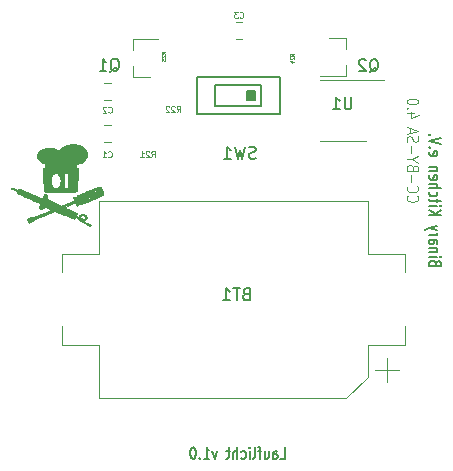
<source format=gbr>
G04 #@! TF.GenerationSoftware,KiCad,Pcbnew,(6.0.9)*
G04 #@! TF.CreationDate,2022-11-29T20:17:37+01:00*
G04 #@! TF.ProjectId,SMD Lauflicht 0805-0603 v1_1,534d4420-4c61-4756-966c-696368742030,rev?*
G04 #@! TF.SameCoordinates,Original*
G04 #@! TF.FileFunction,Legend,Bot*
G04 #@! TF.FilePolarity,Positive*
%FSLAX46Y46*%
G04 Gerber Fmt 4.6, Leading zero omitted, Abs format (unit mm)*
G04 Created by KiCad (PCBNEW (6.0.9)) date 2022-11-29 20:17:37*
%MOMM*%
%LPD*%
G01*
G04 APERTURE LIST*
%ADD10C,0.150000*%
%ADD11C,0.100000*%
%ADD12C,0.125000*%
%ADD13C,0.075000*%
%ADD14C,0.120000*%
%ADD15C,0.010000*%
G04 APERTURE END LIST*
D10*
X87921428Y-93139285D02*
X87873809Y-93025000D01*
X87826190Y-92986904D01*
X87730952Y-92948809D01*
X87588095Y-92948809D01*
X87492857Y-92986904D01*
X87445238Y-93025000D01*
X87397619Y-93101190D01*
X87397619Y-93405952D01*
X88397619Y-93405952D01*
X88397619Y-93139285D01*
X88350000Y-93063095D01*
X88302380Y-93025000D01*
X88207142Y-92986904D01*
X88111904Y-92986904D01*
X88016666Y-93025000D01*
X87969047Y-93063095D01*
X87921428Y-93139285D01*
X87921428Y-93405952D01*
X87397619Y-92605952D02*
X88064285Y-92605952D01*
X88397619Y-92605952D02*
X88350000Y-92644047D01*
X88302380Y-92605952D01*
X88350000Y-92567857D01*
X88397619Y-92605952D01*
X88302380Y-92605952D01*
X88064285Y-92225000D02*
X87397619Y-92225000D01*
X87969047Y-92225000D02*
X88016666Y-92186904D01*
X88064285Y-92110714D01*
X88064285Y-91996428D01*
X88016666Y-91920238D01*
X87921428Y-91882142D01*
X87397619Y-91882142D01*
X87397619Y-91158333D02*
X87921428Y-91158333D01*
X88016666Y-91196428D01*
X88064285Y-91272619D01*
X88064285Y-91425000D01*
X88016666Y-91501190D01*
X87445238Y-91158333D02*
X87397619Y-91234523D01*
X87397619Y-91425000D01*
X87445238Y-91501190D01*
X87540476Y-91539285D01*
X87635714Y-91539285D01*
X87730952Y-91501190D01*
X87778571Y-91425000D01*
X87778571Y-91234523D01*
X87826190Y-91158333D01*
X87397619Y-90777380D02*
X88064285Y-90777380D01*
X87873809Y-90777380D02*
X87969047Y-90739285D01*
X88016666Y-90701190D01*
X88064285Y-90625000D01*
X88064285Y-90548809D01*
X88064285Y-90358333D02*
X87397619Y-90167857D01*
X88064285Y-89977380D02*
X87397619Y-90167857D01*
X87159523Y-90244047D01*
X87111904Y-90282142D01*
X87064285Y-90358333D01*
X87397619Y-89063095D02*
X88397619Y-89063095D01*
X87397619Y-88605952D02*
X87969047Y-88948809D01*
X88397619Y-88605952D02*
X87826190Y-89063095D01*
X87397619Y-88263095D02*
X88064285Y-88263095D01*
X88397619Y-88263095D02*
X88350000Y-88301190D01*
X88302380Y-88263095D01*
X88350000Y-88225000D01*
X88397619Y-88263095D01*
X88302380Y-88263095D01*
X88064285Y-87996428D02*
X88064285Y-87691666D01*
X88397619Y-87882142D02*
X87540476Y-87882142D01*
X87445238Y-87844047D01*
X87397619Y-87767857D01*
X87397619Y-87691666D01*
X87445238Y-87082142D02*
X87397619Y-87158333D01*
X87397619Y-87310714D01*
X87445238Y-87386904D01*
X87492857Y-87425000D01*
X87588095Y-87463095D01*
X87873809Y-87463095D01*
X87969047Y-87425000D01*
X88016666Y-87386904D01*
X88064285Y-87310714D01*
X88064285Y-87158333D01*
X88016666Y-87082142D01*
X87397619Y-86739285D02*
X88397619Y-86739285D01*
X87397619Y-86396428D02*
X87921428Y-86396428D01*
X88016666Y-86434523D01*
X88064285Y-86510714D01*
X88064285Y-86625000D01*
X88016666Y-86701190D01*
X87969047Y-86739285D01*
X87445238Y-85710714D02*
X87397619Y-85786904D01*
X87397619Y-85939285D01*
X87445238Y-86015476D01*
X87540476Y-86053571D01*
X87921428Y-86053571D01*
X88016666Y-86015476D01*
X88064285Y-85939285D01*
X88064285Y-85786904D01*
X88016666Y-85710714D01*
X87921428Y-85672619D01*
X87826190Y-85672619D01*
X87730952Y-86053571D01*
X88064285Y-85329761D02*
X87397619Y-85329761D01*
X87969047Y-85329761D02*
X88016666Y-85291666D01*
X88064285Y-85215476D01*
X88064285Y-85101190D01*
X88016666Y-85025000D01*
X87921428Y-84986904D01*
X87397619Y-84986904D01*
X87445238Y-83691666D02*
X87397619Y-83767857D01*
X87397619Y-83920238D01*
X87445238Y-83996428D01*
X87540476Y-84034523D01*
X87921428Y-84034523D01*
X88016666Y-83996428D01*
X88064285Y-83920238D01*
X88064285Y-83767857D01*
X88016666Y-83691666D01*
X87921428Y-83653571D01*
X87826190Y-83653571D01*
X87730952Y-84034523D01*
X87492857Y-83310714D02*
X87445238Y-83272619D01*
X87397619Y-83310714D01*
X87445238Y-83348809D01*
X87492857Y-83310714D01*
X87397619Y-83310714D01*
X88397619Y-83044047D02*
X87397619Y-82777380D01*
X88397619Y-82510714D01*
X87492857Y-82244047D02*
X87445238Y-82205952D01*
X87397619Y-82244047D01*
X87445238Y-82282142D01*
X87492857Y-82244047D01*
X87397619Y-82244047D01*
X74785920Y-109706200D02*
X75166872Y-109706200D01*
X75166872Y-108706200D01*
X74176396Y-109706200D02*
X74176396Y-109182391D01*
X74214491Y-109087153D01*
X74290681Y-109039534D01*
X74443062Y-109039534D01*
X74519253Y-109087153D01*
X74176396Y-109658581D02*
X74252586Y-109706200D01*
X74443062Y-109706200D01*
X74519253Y-109658581D01*
X74557348Y-109563343D01*
X74557348Y-109468105D01*
X74519253Y-109372867D01*
X74443062Y-109325248D01*
X74252586Y-109325248D01*
X74176396Y-109277629D01*
X73452586Y-109039534D02*
X73452586Y-109706200D01*
X73795443Y-109039534D02*
X73795443Y-109563343D01*
X73757348Y-109658581D01*
X73681158Y-109706200D01*
X73566872Y-109706200D01*
X73490681Y-109658581D01*
X73452586Y-109610962D01*
X73185920Y-109039534D02*
X72881158Y-109039534D01*
X73071634Y-109706200D02*
X73071634Y-108849058D01*
X73033539Y-108753820D01*
X72957348Y-108706200D01*
X72881158Y-108706200D01*
X72500205Y-109706200D02*
X72576396Y-109658581D01*
X72614491Y-109563343D01*
X72614491Y-108706200D01*
X72195443Y-109706200D02*
X72195443Y-109039534D01*
X72195443Y-108706200D02*
X72233539Y-108753820D01*
X72195443Y-108801439D01*
X72157348Y-108753820D01*
X72195443Y-108706200D01*
X72195443Y-108801439D01*
X71471634Y-109658581D02*
X71547824Y-109706200D01*
X71700205Y-109706200D01*
X71776396Y-109658581D01*
X71814491Y-109610962D01*
X71852586Y-109515724D01*
X71852586Y-109230010D01*
X71814491Y-109134772D01*
X71776396Y-109087153D01*
X71700205Y-109039534D01*
X71547824Y-109039534D01*
X71471634Y-109087153D01*
X71128777Y-109706200D02*
X71128777Y-108706200D01*
X70785920Y-109706200D02*
X70785920Y-109182391D01*
X70824015Y-109087153D01*
X70900205Y-109039534D01*
X71014491Y-109039534D01*
X71090681Y-109087153D01*
X71128777Y-109134772D01*
X70519253Y-109039534D02*
X70214491Y-109039534D01*
X70404967Y-108706200D02*
X70404967Y-109563343D01*
X70366872Y-109658581D01*
X70290681Y-109706200D01*
X70214491Y-109706200D01*
X69414491Y-109039534D02*
X69224015Y-109706200D01*
X69033539Y-109039534D01*
X68309729Y-109706200D02*
X68766872Y-109706200D01*
X68538300Y-109706200D02*
X68538300Y-108706200D01*
X68614491Y-108849058D01*
X68690681Y-108944296D01*
X68766872Y-108991915D01*
X67966872Y-109610962D02*
X67928777Y-109658581D01*
X67966872Y-109706200D01*
X68004967Y-109658581D01*
X67966872Y-109610962D01*
X67966872Y-109706200D01*
X67433539Y-108706200D02*
X67357348Y-108706200D01*
X67281158Y-108753820D01*
X67243062Y-108801439D01*
X67204967Y-108896677D01*
X67166872Y-109087153D01*
X67166872Y-109325248D01*
X67204967Y-109515724D01*
X67243062Y-109610962D01*
X67281158Y-109658581D01*
X67357348Y-109706200D01*
X67433539Y-109706200D01*
X67509729Y-109658581D01*
X67547824Y-109610962D01*
X67585920Y-109515724D01*
X67624015Y-109325248D01*
X67624015Y-109087153D01*
X67585920Y-108896677D01*
X67547824Y-108801439D01*
X67509729Y-108753820D01*
X67433539Y-108706200D01*
D11*
X85565857Y-87433466D02*
X85518238Y-87471561D01*
X85470619Y-87585847D01*
X85470619Y-87662038D01*
X85518238Y-87776323D01*
X85613476Y-87852514D01*
X85708714Y-87890609D01*
X85899190Y-87928704D01*
X86042047Y-87928704D01*
X86232523Y-87890609D01*
X86327761Y-87852514D01*
X86423000Y-87776323D01*
X86470619Y-87662038D01*
X86470619Y-87585847D01*
X86423000Y-87471561D01*
X86375380Y-87433466D01*
X85565857Y-86633466D02*
X85518238Y-86671561D01*
X85470619Y-86785847D01*
X85470619Y-86862038D01*
X85518238Y-86976323D01*
X85613476Y-87052514D01*
X85708714Y-87090609D01*
X85899190Y-87128704D01*
X86042047Y-87128704D01*
X86232523Y-87090609D01*
X86327761Y-87052514D01*
X86423000Y-86976323D01*
X86470619Y-86862038D01*
X86470619Y-86785847D01*
X86423000Y-86671561D01*
X86375380Y-86633466D01*
X85851571Y-86290609D02*
X85851571Y-85681085D01*
X85994428Y-85033466D02*
X85946809Y-84919180D01*
X85899190Y-84881085D01*
X85803952Y-84842990D01*
X85661095Y-84842990D01*
X85565857Y-84881085D01*
X85518238Y-84919180D01*
X85470619Y-84995371D01*
X85470619Y-85300133D01*
X86470619Y-85300133D01*
X86470619Y-85033466D01*
X86423000Y-84957276D01*
X86375380Y-84919180D01*
X86280142Y-84881085D01*
X86184904Y-84881085D01*
X86089666Y-84919180D01*
X86042047Y-84957276D01*
X85994428Y-85033466D01*
X85994428Y-85300133D01*
X85946809Y-84347752D02*
X85470619Y-84347752D01*
X86470619Y-84614419D02*
X85946809Y-84347752D01*
X86470619Y-84081085D01*
X85851571Y-83814419D02*
X85851571Y-83204895D01*
X85518238Y-82862038D02*
X85470619Y-82747752D01*
X85470619Y-82557276D01*
X85518238Y-82481085D01*
X85565857Y-82442990D01*
X85661095Y-82404895D01*
X85756333Y-82404895D01*
X85851571Y-82442990D01*
X85899190Y-82481085D01*
X85946809Y-82557276D01*
X85994428Y-82709657D01*
X86042047Y-82785847D01*
X86089666Y-82823942D01*
X86184904Y-82862038D01*
X86280142Y-82862038D01*
X86375380Y-82823942D01*
X86423000Y-82785847D01*
X86470619Y-82709657D01*
X86470619Y-82519180D01*
X86423000Y-82404895D01*
X85756333Y-82100133D02*
X85756333Y-81719180D01*
X85470619Y-82176323D02*
X86470619Y-81909657D01*
X85470619Y-81642990D01*
X86137285Y-80423942D02*
X85470619Y-80423942D01*
X86518238Y-80614419D02*
X85803952Y-80804895D01*
X85803952Y-80309657D01*
X85565857Y-80004895D02*
X85518238Y-79966800D01*
X85470619Y-80004895D01*
X85518238Y-80042990D01*
X85565857Y-80004895D01*
X85470619Y-80004895D01*
X86470619Y-79471561D02*
X86470619Y-79395371D01*
X86423000Y-79319180D01*
X86375380Y-79281085D01*
X86280142Y-79242990D01*
X86089666Y-79204895D01*
X85851571Y-79204895D01*
X85661095Y-79242990D01*
X85565857Y-79281085D01*
X85518238Y-79319180D01*
X85470619Y-79395371D01*
X85470619Y-79471561D01*
X85518238Y-79547752D01*
X85565857Y-79585847D01*
X85661095Y-79623942D01*
X85851571Y-79662038D01*
X86089666Y-79662038D01*
X86280142Y-79623942D01*
X86375380Y-79585847D01*
X86423000Y-79547752D01*
X86470619Y-79471561D01*
D10*
X71885714Y-95753571D02*
X71742857Y-95801190D01*
X71695238Y-95848809D01*
X71647619Y-95944047D01*
X71647619Y-96086904D01*
X71695238Y-96182142D01*
X71742857Y-96229761D01*
X71838095Y-96277380D01*
X72219047Y-96277380D01*
X72219047Y-95277380D01*
X71885714Y-95277380D01*
X71790476Y-95325000D01*
X71742857Y-95372619D01*
X71695238Y-95467857D01*
X71695238Y-95563095D01*
X71742857Y-95658333D01*
X71790476Y-95705952D01*
X71885714Y-95753571D01*
X72219047Y-95753571D01*
X71361904Y-95277380D02*
X70790476Y-95277380D01*
X71076190Y-96277380D02*
X71076190Y-95277380D01*
X69933333Y-96277380D02*
X70504761Y-96277380D01*
X70219047Y-96277380D02*
X70219047Y-95277380D01*
X70314285Y-95420238D01*
X70409523Y-95515476D01*
X70504761Y-95563095D01*
D12*
X60207553Y-84118751D02*
X60231362Y-84142560D01*
X60302791Y-84166370D01*
X60350410Y-84166370D01*
X60421839Y-84142560D01*
X60469458Y-84094941D01*
X60493267Y-84047322D01*
X60517077Y-83952084D01*
X60517077Y-83880656D01*
X60493267Y-83785418D01*
X60469458Y-83737799D01*
X60421839Y-83690180D01*
X60350410Y-83666370D01*
X60302791Y-83666370D01*
X60231362Y-83690180D01*
X60207553Y-83713989D01*
X59731362Y-84166370D02*
X60017077Y-84166370D01*
X59874220Y-84166370D02*
X59874220Y-83666370D01*
X59921839Y-83737799D01*
X59969458Y-83785418D01*
X60017077Y-83809227D01*
X60230413Y-80339231D02*
X60254222Y-80363040D01*
X60325651Y-80386850D01*
X60373270Y-80386850D01*
X60444699Y-80363040D01*
X60492318Y-80315421D01*
X60516127Y-80267802D01*
X60539937Y-80172564D01*
X60539937Y-80101136D01*
X60516127Y-80005898D01*
X60492318Y-79958279D01*
X60444699Y-79910660D01*
X60373270Y-79886850D01*
X60325651Y-79886850D01*
X60254222Y-79910660D01*
X60230413Y-79934469D01*
X60039937Y-79934469D02*
X60016127Y-79910660D01*
X59968508Y-79886850D01*
X59849460Y-79886850D01*
X59801841Y-79910660D01*
X59778032Y-79934469D01*
X59754222Y-79982088D01*
X59754222Y-80029707D01*
X59778032Y-80101136D01*
X60063746Y-80386850D01*
X59754222Y-80386850D01*
X63872108Y-84153670D02*
X64038775Y-83915575D01*
X64157822Y-84153670D02*
X64157822Y-83653670D01*
X63967346Y-83653670D01*
X63919727Y-83677480D01*
X63895918Y-83701289D01*
X63872108Y-83748908D01*
X63872108Y-83820337D01*
X63895918Y-83867956D01*
X63919727Y-83891765D01*
X63967346Y-83915575D01*
X64157822Y-83915575D01*
X63681632Y-83701289D02*
X63657822Y-83677480D01*
X63610203Y-83653670D01*
X63491156Y-83653670D01*
X63443537Y-83677480D01*
X63419727Y-83701289D01*
X63395918Y-83748908D01*
X63395918Y-83796527D01*
X63419727Y-83867956D01*
X63705441Y-84153670D01*
X63395918Y-84153670D01*
X62919727Y-84153670D02*
X63205441Y-84153670D01*
X63062584Y-84153670D02*
X63062584Y-83653670D01*
X63110203Y-83725099D01*
X63157822Y-83772718D01*
X63205441Y-83796527D01*
X66013328Y-80328430D02*
X66179995Y-80090335D01*
X66299042Y-80328430D02*
X66299042Y-79828430D01*
X66108566Y-79828430D01*
X66060947Y-79852240D01*
X66037138Y-79876049D01*
X66013328Y-79923668D01*
X66013328Y-79995097D01*
X66037138Y-80042716D01*
X66060947Y-80066525D01*
X66108566Y-80090335D01*
X66299042Y-80090335D01*
X65822852Y-79876049D02*
X65799042Y-79852240D01*
X65751423Y-79828430D01*
X65632376Y-79828430D01*
X65584757Y-79852240D01*
X65560947Y-79876049D01*
X65537138Y-79923668D01*
X65537138Y-79971287D01*
X65560947Y-80042716D01*
X65846661Y-80328430D01*
X65537138Y-80328430D01*
X65346661Y-79876049D02*
X65322852Y-79852240D01*
X65275233Y-79828430D01*
X65156185Y-79828430D01*
X65108566Y-79852240D01*
X65084757Y-79876049D01*
X65060947Y-79923668D01*
X65060947Y-79971287D01*
X65084757Y-80042716D01*
X65370471Y-80328430D01*
X65060947Y-80328430D01*
D10*
X72683333Y-84229761D02*
X72540476Y-84277380D01*
X72302380Y-84277380D01*
X72207142Y-84229761D01*
X72159523Y-84182142D01*
X72111904Y-84086904D01*
X72111904Y-83991666D01*
X72159523Y-83896428D01*
X72207142Y-83848809D01*
X72302380Y-83801190D01*
X72492857Y-83753571D01*
X72588095Y-83705952D01*
X72635714Y-83658333D01*
X72683333Y-83563095D01*
X72683333Y-83467857D01*
X72635714Y-83372619D01*
X72588095Y-83325000D01*
X72492857Y-83277380D01*
X72254761Y-83277380D01*
X72111904Y-83325000D01*
X71778571Y-83277380D02*
X71540476Y-84277380D01*
X71350000Y-83563095D01*
X71159523Y-84277380D01*
X70921428Y-83277380D01*
X70016666Y-84277380D02*
X70588095Y-84277380D01*
X70302380Y-84277380D02*
X70302380Y-83277380D01*
X70397619Y-83420238D01*
X70492857Y-83515476D01*
X70588095Y-83563095D01*
X80804804Y-79092340D02*
X80804804Y-79901864D01*
X80757185Y-79997102D01*
X80709566Y-80044721D01*
X80614328Y-80092340D01*
X80423852Y-80092340D01*
X80328614Y-80044721D01*
X80280995Y-79997102D01*
X80233376Y-79901864D01*
X80233376Y-79092340D01*
X79233376Y-80092340D02*
X79804804Y-80092340D01*
X79519090Y-80092340D02*
X79519090Y-79092340D01*
X79614328Y-79235198D01*
X79709566Y-79330436D01*
X79804804Y-79378055D01*
X60389638Y-76926219D02*
X60484876Y-76878600D01*
X60580114Y-76783361D01*
X60722971Y-76640504D01*
X60818209Y-76592885D01*
X60913447Y-76592885D01*
X60865828Y-76830980D02*
X60961066Y-76783361D01*
X61056304Y-76688123D01*
X61103923Y-76497647D01*
X61103923Y-76164314D01*
X61056304Y-75973838D01*
X60961066Y-75878600D01*
X60865828Y-75830980D01*
X60675352Y-75830980D01*
X60580114Y-75878600D01*
X60484876Y-75973838D01*
X60437257Y-76164314D01*
X60437257Y-76497647D01*
X60484876Y-76688123D01*
X60580114Y-76783361D01*
X60675352Y-76830980D01*
X60865828Y-76830980D01*
X59484876Y-76830980D02*
X60056304Y-76830980D01*
X59770590Y-76830980D02*
X59770590Y-75830980D01*
X59865828Y-75973838D01*
X59961066Y-76069076D01*
X60056304Y-76116695D01*
X82335238Y-76951619D02*
X82430476Y-76904000D01*
X82525714Y-76808761D01*
X82668571Y-76665904D01*
X82763809Y-76618285D01*
X82859047Y-76618285D01*
X82811428Y-76856380D02*
X82906666Y-76808761D01*
X83001904Y-76713523D01*
X83049523Y-76523047D01*
X83049523Y-76189714D01*
X83001904Y-75999238D01*
X82906666Y-75904000D01*
X82811428Y-75856380D01*
X82620952Y-75856380D01*
X82525714Y-75904000D01*
X82430476Y-75999238D01*
X82382857Y-76189714D01*
X82382857Y-76523047D01*
X82430476Y-76713523D01*
X82525714Y-76808761D01*
X82620952Y-76856380D01*
X82811428Y-76856380D01*
X82001904Y-75951619D02*
X81954285Y-75904000D01*
X81859047Y-75856380D01*
X81620952Y-75856380D01*
X81525714Y-75904000D01*
X81478095Y-75951619D01*
X81430476Y-76046857D01*
X81430476Y-76142095D01*
X81478095Y-76284952D01*
X82049523Y-76856380D01*
X81430476Y-76856380D01*
D13*
X65042754Y-75408442D02*
X64899897Y-75308442D01*
X65042754Y-75237014D02*
X64742754Y-75237014D01*
X64742754Y-75351300D01*
X64757040Y-75379871D01*
X64771325Y-75394157D01*
X64799897Y-75408442D01*
X64842754Y-75408442D01*
X64871325Y-75394157D01*
X64885611Y-75379871D01*
X64899897Y-75351300D01*
X64899897Y-75237014D01*
X64771325Y-75522728D02*
X64757040Y-75537014D01*
X64742754Y-75565585D01*
X64742754Y-75637014D01*
X64757040Y-75665585D01*
X64771325Y-75679871D01*
X64799897Y-75694157D01*
X64828468Y-75694157D01*
X64871325Y-75679871D01*
X65042754Y-75508442D01*
X65042754Y-75694157D01*
X64742754Y-75794157D02*
X64742754Y-75979871D01*
X64857040Y-75879871D01*
X64857040Y-75922728D01*
X64871325Y-75951300D01*
X64885611Y-75965585D01*
X64914182Y-75979871D01*
X64985611Y-75979871D01*
X65014182Y-75965585D01*
X65028468Y-75951300D01*
X65042754Y-75922728D01*
X65042754Y-75837014D01*
X65028468Y-75808442D01*
X65014182Y-75794157D01*
X75901254Y-75587602D02*
X75758397Y-75487602D01*
X75901254Y-75416174D02*
X75601254Y-75416174D01*
X75601254Y-75530460D01*
X75615540Y-75559031D01*
X75629825Y-75573317D01*
X75658397Y-75587602D01*
X75701254Y-75587602D01*
X75729825Y-75573317D01*
X75744111Y-75559031D01*
X75758397Y-75530460D01*
X75758397Y-75416174D01*
X75629825Y-75701888D02*
X75615540Y-75716174D01*
X75601254Y-75744745D01*
X75601254Y-75816174D01*
X75615540Y-75844745D01*
X75629825Y-75859031D01*
X75658397Y-75873317D01*
X75686968Y-75873317D01*
X75729825Y-75859031D01*
X75901254Y-75687602D01*
X75901254Y-75873317D01*
X75701254Y-76130460D02*
X75901254Y-76130460D01*
X75586968Y-76059031D02*
X75801254Y-75987602D01*
X75801254Y-76173317D01*
D12*
X71350533Y-72315371D02*
X71374342Y-72339180D01*
X71445771Y-72362990D01*
X71493390Y-72362990D01*
X71564819Y-72339180D01*
X71612438Y-72291561D01*
X71636247Y-72243942D01*
X71660057Y-72148704D01*
X71660057Y-72077276D01*
X71636247Y-71982038D01*
X71612438Y-71934419D01*
X71564819Y-71886800D01*
X71493390Y-71862990D01*
X71445771Y-71862990D01*
X71374342Y-71886800D01*
X71350533Y-71910609D01*
X71183866Y-71862990D02*
X70874342Y-71862990D01*
X71041009Y-72053466D01*
X70969580Y-72053466D01*
X70921961Y-72077276D01*
X70898152Y-72101085D01*
X70874342Y-72148704D01*
X70874342Y-72267752D01*
X70898152Y-72315371D01*
X70921961Y-72339180D01*
X70969580Y-72362990D01*
X71112438Y-72362990D01*
X71160057Y-72339180D01*
X71183866Y-72315371D01*
D14*
X82815080Y-102185520D02*
X84815080Y-102185520D01*
X83815080Y-101185520D02*
X83815080Y-103185520D01*
X59465080Y-87835520D02*
X59465080Y-92335520D01*
X82165080Y-87835520D02*
X82165080Y-92335520D01*
X82165080Y-87835520D02*
X59465080Y-87835520D01*
X56265080Y-92335520D02*
X56265080Y-93885520D01*
X59465080Y-92335520D02*
X56265080Y-92335520D01*
X85365080Y-92335520D02*
X85365080Y-93885520D01*
X82165080Y-92335520D02*
X85365080Y-92335520D01*
X85365080Y-100035520D02*
X85365080Y-98485520D01*
X82165080Y-100035520D02*
X85365080Y-100035520D01*
X80365080Y-104535520D02*
X82165080Y-102735520D01*
X82165080Y-102735520D02*
X82165080Y-100035520D01*
X59465080Y-104535520D02*
X80365080Y-104535520D01*
X59465080Y-104535520D02*
X59465080Y-100035520D01*
X56265080Y-100035520D02*
X56265080Y-98485520D01*
X59465080Y-100035520D02*
X56265080Y-100035520D01*
X60410692Y-81474340D02*
X59888188Y-81474340D01*
X60410692Y-82894340D02*
X59888188Y-82894340D01*
X60410692Y-77918340D02*
X59888188Y-77918340D01*
X60410692Y-79338340D02*
X59888188Y-79338340D01*
D10*
X67760260Y-80486340D02*
X74760260Y-80486340D01*
X73160260Y-79786340D02*
X69260260Y-79786340D01*
X73160260Y-78086340D02*
X73160260Y-79786340D01*
X74760260Y-80486340D02*
X74760260Y-77386340D01*
X71960260Y-78586340D02*
X72660260Y-78586340D01*
X72660260Y-78586340D02*
X72660260Y-79286340D01*
X69260260Y-79786340D02*
X69260260Y-78086340D01*
X67760260Y-77386340D02*
X67760260Y-80486340D01*
X71960260Y-79286340D02*
X71960260Y-78586340D01*
X74760260Y-77386340D02*
X67760260Y-77386340D01*
X69260260Y-78086340D02*
X73160260Y-78086340D01*
X72660260Y-79286340D02*
X71960260Y-79286340D01*
G36*
X72660260Y-79286340D02*
G01*
X71960260Y-79286340D01*
X71960260Y-78586340D01*
X72660260Y-78586340D01*
X72660260Y-79286340D01*
G37*
X72660260Y-79286340D02*
X71960260Y-79286340D01*
X71960260Y-78586340D01*
X72660260Y-78586340D01*
X72660260Y-79286340D01*
D14*
X80086440Y-82752340D02*
X78136440Y-82752340D01*
X80086440Y-77632340D02*
X78136440Y-77632340D01*
X80086440Y-77632340D02*
X83536440Y-77632340D01*
X80086440Y-82752340D02*
X82036440Y-82752340D01*
X62287000Y-74189000D02*
X64447000Y-74189000D01*
X62287000Y-74189000D02*
X62287000Y-75119000D01*
X62287000Y-77349000D02*
X62287000Y-76419000D01*
X62287000Y-77349000D02*
X63747000Y-77349000D01*
X80342400Y-74102600D02*
X80342400Y-75032600D01*
X80342400Y-74102600D02*
X78882400Y-74102600D01*
X80342400Y-77262600D02*
X78182400Y-77262600D01*
X80342400Y-77262600D02*
X80342400Y-76332600D01*
X71528452Y-74116800D02*
X71005948Y-74116800D01*
X71528452Y-72696800D02*
X71005948Y-72696800D01*
G36*
X55331985Y-88660960D02*
G01*
X55362775Y-88671057D01*
X55407500Y-88687135D01*
X55460600Y-88707246D01*
X55473191Y-88712153D01*
X55525400Y-88733566D01*
X55556108Y-88748690D01*
X55567584Y-88758820D01*
X55562096Y-88765254D01*
X55556872Y-88767332D01*
X55529910Y-88778271D01*
X55482437Y-88797635D01*
X55416450Y-88824604D01*
X55333944Y-88858362D01*
X55236918Y-88898092D01*
X55127366Y-88942976D01*
X55007287Y-88992197D01*
X54878675Y-89044937D01*
X54743528Y-89100378D01*
X54639135Y-89143252D01*
X54492947Y-89203480D01*
X54367674Y-89255395D01*
X54261672Y-89299722D01*
X54173301Y-89337186D01*
X54100919Y-89368511D01*
X54042882Y-89394423D01*
X53997551Y-89415647D01*
X53963281Y-89432907D01*
X53938432Y-89446928D01*
X53921362Y-89458435D01*
X53910428Y-89468153D01*
X53879026Y-89498701D01*
X53810486Y-89550726D01*
X53721948Y-89602838D01*
X53610804Y-89656678D01*
X53560974Y-89678066D01*
X53515182Y-89695753D01*
X53482495Y-89706131D01*
X53467868Y-89707439D01*
X53461055Y-89697061D01*
X53446485Y-89666961D01*
X53427745Y-89623351D01*
X53406848Y-89571509D01*
X53385807Y-89516709D01*
X53366635Y-89464228D01*
X53351344Y-89419343D01*
X53341948Y-89387329D01*
X53340459Y-89373464D01*
X53348527Y-89368002D01*
X53378632Y-89353522D01*
X53423518Y-89335036D01*
X53477063Y-89314819D01*
X53533141Y-89295145D01*
X53585630Y-89278289D01*
X53628406Y-89266523D01*
X53662935Y-89259738D01*
X53727897Y-89251346D01*
X53788056Y-89247990D01*
X53801468Y-89247746D01*
X53819712Y-89246391D01*
X53840093Y-89243203D01*
X53864554Y-89237468D01*
X53895038Y-89228469D01*
X53933490Y-89215492D01*
X53981853Y-89197820D01*
X54042069Y-89174738D01*
X54116083Y-89145532D01*
X54205839Y-89109484D01*
X54313279Y-89065880D01*
X54440347Y-89014005D01*
X54588987Y-88953143D01*
X54597600Y-88949614D01*
X54725333Y-88897371D01*
X54846055Y-88848164D01*
X54957701Y-88802823D01*
X55058208Y-88762180D01*
X55145512Y-88727064D01*
X55217548Y-88698306D01*
X55272252Y-88676737D01*
X55307559Y-88663186D01*
X55321407Y-88658484D01*
X55331985Y-88660960D01*
G37*
D15*
X55331985Y-88660960D02*
X55362775Y-88671057D01*
X55407500Y-88687135D01*
X55460600Y-88707246D01*
X55473191Y-88712153D01*
X55525400Y-88733566D01*
X55556108Y-88748690D01*
X55567584Y-88758820D01*
X55562096Y-88765254D01*
X55556872Y-88767332D01*
X55529910Y-88778271D01*
X55482437Y-88797635D01*
X55416450Y-88824604D01*
X55333944Y-88858362D01*
X55236918Y-88898092D01*
X55127366Y-88942976D01*
X55007287Y-88992197D01*
X54878675Y-89044937D01*
X54743528Y-89100378D01*
X54639135Y-89143252D01*
X54492947Y-89203480D01*
X54367674Y-89255395D01*
X54261672Y-89299722D01*
X54173301Y-89337186D01*
X54100919Y-89368511D01*
X54042882Y-89394423D01*
X53997551Y-89415647D01*
X53963281Y-89432907D01*
X53938432Y-89446928D01*
X53921362Y-89458435D01*
X53910428Y-89468153D01*
X53879026Y-89498701D01*
X53810486Y-89550726D01*
X53721948Y-89602838D01*
X53610804Y-89656678D01*
X53560974Y-89678066D01*
X53515182Y-89695753D01*
X53482495Y-89706131D01*
X53467868Y-89707439D01*
X53461055Y-89697061D01*
X53446485Y-89666961D01*
X53427745Y-89623351D01*
X53406848Y-89571509D01*
X53385807Y-89516709D01*
X53366635Y-89464228D01*
X53351344Y-89419343D01*
X53341948Y-89387329D01*
X53340459Y-89373464D01*
X53348527Y-89368002D01*
X53378632Y-89353522D01*
X53423518Y-89335036D01*
X53477063Y-89314819D01*
X53533141Y-89295145D01*
X53585630Y-89278289D01*
X53628406Y-89266523D01*
X53662935Y-89259738D01*
X53727897Y-89251346D01*
X53788056Y-89247990D01*
X53801468Y-89247746D01*
X53819712Y-89246391D01*
X53840093Y-89243203D01*
X53864554Y-89237468D01*
X53895038Y-89228469D01*
X53933490Y-89215492D01*
X53981853Y-89197820D01*
X54042069Y-89174738D01*
X54116083Y-89145532D01*
X54205839Y-89109484D01*
X54313279Y-89065880D01*
X54440347Y-89014005D01*
X54588987Y-88953143D01*
X54597600Y-88949614D01*
X54725333Y-88897371D01*
X54846055Y-88848164D01*
X54957701Y-88802823D01*
X55058208Y-88762180D01*
X55145512Y-88727064D01*
X55217548Y-88698306D01*
X55272252Y-88676737D01*
X55307559Y-88663186D01*
X55321407Y-88658484D01*
X55331985Y-88660960D01*
G36*
X59771022Y-87291900D02*
G01*
X59742407Y-87339697D01*
X59707289Y-87380896D01*
X59699715Y-87386574D01*
X59668606Y-87403912D01*
X59615924Y-87429348D01*
X59541305Y-87463042D01*
X59444380Y-87505155D01*
X59324784Y-87555847D01*
X59182151Y-87615279D01*
X59016114Y-87683611D01*
X58916871Y-87724256D01*
X58737158Y-87797870D01*
X58578901Y-87862689D01*
X58440702Y-87919249D01*
X58321167Y-87968090D01*
X58218900Y-88009751D01*
X58132505Y-88044769D01*
X58060586Y-88073683D01*
X58001748Y-88097032D01*
X57954595Y-88115355D01*
X57917732Y-88129189D01*
X57889763Y-88139074D01*
X57869292Y-88145548D01*
X57854923Y-88149149D01*
X57845261Y-88150416D01*
X57838911Y-88149887D01*
X57834476Y-88148102D01*
X57830561Y-88145598D01*
X57825770Y-88142914D01*
X57783814Y-88130103D01*
X57736314Y-88135545D01*
X57692650Y-88165702D01*
X57684924Y-88173837D01*
X57663908Y-88201315D01*
X57655471Y-88221577D01*
X57649947Y-88235936D01*
X57626699Y-88250016D01*
X57592636Y-88255604D01*
X57555815Y-88251728D01*
X57524290Y-88237415D01*
X57520324Y-88233647D01*
X57502622Y-88208341D01*
X57480535Y-88168293D01*
X57457913Y-88120301D01*
X57450059Y-88102547D01*
X57430029Y-88060066D01*
X57413925Y-88029794D01*
X57404667Y-88017372D01*
X57394035Y-88020238D01*
X57362175Y-88031722D01*
X57311934Y-88050936D01*
X57246052Y-88076803D01*
X57167271Y-88108245D01*
X57078328Y-88144187D01*
X56981965Y-88183551D01*
X56569200Y-88353032D01*
X56450943Y-88302237D01*
X56416070Y-88286920D01*
X56373122Y-88266930D01*
X56343790Y-88251824D01*
X56333012Y-88244038D01*
X56333055Y-88243924D01*
X56345763Y-88237116D01*
X56379315Y-88221967D01*
X56431109Y-88199580D01*
X56498541Y-88171057D01*
X56579009Y-88137498D01*
X56669910Y-88100006D01*
X56768641Y-88059681D01*
X56864760Y-88020564D01*
X56962402Y-87980733D01*
X57034269Y-87951342D01*
X57738145Y-87951342D01*
X57742279Y-87971374D01*
X57757224Y-87984931D01*
X57767925Y-87982227D01*
X57800488Y-87970726D01*
X57852355Y-87951079D01*
X57921269Y-87924215D01*
X58004972Y-87891062D01*
X58101204Y-87852550D01*
X58207708Y-87809606D01*
X58322227Y-87763160D01*
X58442501Y-87714139D01*
X58566274Y-87663471D01*
X58691285Y-87612087D01*
X58815279Y-87560913D01*
X58935996Y-87510880D01*
X59051179Y-87462914D01*
X59158569Y-87417944D01*
X59255908Y-87376900D01*
X59340939Y-87340710D01*
X59411402Y-87310301D01*
X59465041Y-87286603D01*
X59499596Y-87270544D01*
X59512811Y-87263053D01*
X59518481Y-87245733D01*
X59511096Y-87222722D01*
X59488838Y-87212779D01*
X59475530Y-87216925D01*
X59440302Y-87230022D01*
X59385220Y-87251332D01*
X59312182Y-87280096D01*
X59223084Y-87315557D01*
X59119821Y-87356958D01*
X59004289Y-87403539D01*
X58878385Y-87454544D01*
X58744004Y-87509215D01*
X58603043Y-87566794D01*
X58469858Y-87621330D01*
X58323835Y-87681228D01*
X58198541Y-87732808D01*
X58092401Y-87776769D01*
X58003840Y-87813811D01*
X57931285Y-87844635D01*
X57873162Y-87869940D01*
X57827896Y-87890426D01*
X57793913Y-87906793D01*
X57769639Y-87919741D01*
X57753499Y-87929970D01*
X57743920Y-87938180D01*
X57739327Y-87945071D01*
X57738145Y-87951342D01*
X57034269Y-87951342D01*
X57052229Y-87943997D01*
X57131090Y-87911648D01*
X57195832Y-87884980D01*
X57243303Y-87865286D01*
X57270353Y-87853858D01*
X57336762Y-87824988D01*
X57298971Y-87733344D01*
X57286248Y-87700609D01*
X57266134Y-87629451D01*
X57265752Y-87620832D01*
X57598235Y-87620832D01*
X57602379Y-87640714D01*
X57617314Y-87654272D01*
X57624193Y-87653239D01*
X57652705Y-87644434D01*
X57699087Y-87627856D01*
X57759779Y-87604837D01*
X57831220Y-87576709D01*
X57909853Y-87544805D01*
X57928758Y-87537026D01*
X58154498Y-87444232D01*
X58357868Y-87360824D01*
X58539884Y-87286400D01*
X58701563Y-87220558D01*
X58843919Y-87162896D01*
X58967970Y-87113010D01*
X59074731Y-87070500D01*
X59165218Y-87034963D01*
X59240447Y-87005997D01*
X59301433Y-86983199D01*
X59349193Y-86966167D01*
X59384743Y-86954500D01*
X59409099Y-86947794D01*
X59423276Y-86945648D01*
X59462316Y-86951380D01*
X59503208Y-86971087D01*
X59514708Y-86979557D01*
X59547414Y-86995182D01*
X59568549Y-86990476D01*
X59576052Y-86965593D01*
X59566226Y-86935990D01*
X59535978Y-86906642D01*
X59490604Y-86884164D01*
X59435507Y-86872147D01*
X59432169Y-86871838D01*
X59420706Y-86871143D01*
X59408328Y-86871446D01*
X59393620Y-86873288D01*
X59375170Y-86877209D01*
X59351563Y-86883752D01*
X59321386Y-86893456D01*
X59283226Y-86906865D01*
X59235668Y-86924518D01*
X59177300Y-86946957D01*
X59106706Y-86974723D01*
X59022475Y-87008358D01*
X58923191Y-87048402D01*
X58807442Y-87095397D01*
X58673813Y-87149883D01*
X58520892Y-87212403D01*
X58347264Y-87283497D01*
X58151515Y-87363707D01*
X58030577Y-87413335D01*
X57921907Y-87458151D01*
X57833018Y-87495184D01*
X57761945Y-87525346D01*
X57706723Y-87549552D01*
X57665388Y-87568715D01*
X57635973Y-87583747D01*
X57616516Y-87595562D01*
X57605050Y-87605072D01*
X57599612Y-87613191D01*
X57598235Y-87620832D01*
X57265752Y-87620832D01*
X57263693Y-87574315D01*
X57279026Y-87533472D01*
X57312233Y-87505193D01*
X57313474Y-87504544D01*
X57340702Y-87499109D01*
X57374905Y-87511261D01*
X57408780Y-87524983D01*
X57437639Y-87530726D01*
X57443945Y-87530113D01*
X57473937Y-87517456D01*
X57505652Y-87493821D01*
X57530777Y-87466334D01*
X57541000Y-87442119D01*
X57543017Y-87429536D01*
X57556898Y-87407326D01*
X57569497Y-87400867D01*
X57603145Y-87385786D01*
X57654148Y-87363840D01*
X57719183Y-87336439D01*
X57794927Y-87304995D01*
X57878055Y-87270921D01*
X57933000Y-87248528D01*
X58024074Y-87211388D01*
X58131619Y-87167510D01*
X58251586Y-87118549D01*
X58379927Y-87066157D01*
X58512594Y-87011985D01*
X58645539Y-86957686D01*
X58774714Y-86904913D01*
X58788688Y-86899203D01*
X58919766Y-86845684D01*
X59029695Y-86800961D01*
X59120656Y-86764265D01*
X59194829Y-86734826D01*
X59254396Y-86711877D01*
X59301536Y-86694647D01*
X59338429Y-86682368D01*
X59367255Y-86674271D01*
X59390197Y-86669587D01*
X59409432Y-86667547D01*
X59427143Y-86667381D01*
X59445508Y-86668321D01*
X59449451Y-86668577D01*
X59489768Y-86672373D01*
X59522382Y-86679734D01*
X59549732Y-86693530D01*
X59574256Y-86716630D01*
X59598390Y-86751903D01*
X59624573Y-86802221D01*
X59655243Y-86870452D01*
X59692838Y-86959465D01*
X59695389Y-86965593D01*
X59696838Y-86969076D01*
X59726567Y-87041980D01*
X59752425Y-87107906D01*
X59772874Y-87162751D01*
X59786382Y-87202415D01*
X59791411Y-87222795D01*
X59788475Y-87245733D01*
X59788387Y-87246421D01*
X59771022Y-87291900D01*
G37*
X59771022Y-87291900D02*
X59742407Y-87339697D01*
X59707289Y-87380896D01*
X59699715Y-87386574D01*
X59668606Y-87403912D01*
X59615924Y-87429348D01*
X59541305Y-87463042D01*
X59444380Y-87505155D01*
X59324784Y-87555847D01*
X59182151Y-87615279D01*
X59016114Y-87683611D01*
X58916871Y-87724256D01*
X58737158Y-87797870D01*
X58578901Y-87862689D01*
X58440702Y-87919249D01*
X58321167Y-87968090D01*
X58218900Y-88009751D01*
X58132505Y-88044769D01*
X58060586Y-88073683D01*
X58001748Y-88097032D01*
X57954595Y-88115355D01*
X57917732Y-88129189D01*
X57889763Y-88139074D01*
X57869292Y-88145548D01*
X57854923Y-88149149D01*
X57845261Y-88150416D01*
X57838911Y-88149887D01*
X57834476Y-88148102D01*
X57830561Y-88145598D01*
X57825770Y-88142914D01*
X57783814Y-88130103D01*
X57736314Y-88135545D01*
X57692650Y-88165702D01*
X57684924Y-88173837D01*
X57663908Y-88201315D01*
X57655471Y-88221577D01*
X57649947Y-88235936D01*
X57626699Y-88250016D01*
X57592636Y-88255604D01*
X57555815Y-88251728D01*
X57524290Y-88237415D01*
X57520324Y-88233647D01*
X57502622Y-88208341D01*
X57480535Y-88168293D01*
X57457913Y-88120301D01*
X57450059Y-88102547D01*
X57430029Y-88060066D01*
X57413925Y-88029794D01*
X57404667Y-88017372D01*
X57394035Y-88020238D01*
X57362175Y-88031722D01*
X57311934Y-88050936D01*
X57246052Y-88076803D01*
X57167271Y-88108245D01*
X57078328Y-88144187D01*
X56981965Y-88183551D01*
X56569200Y-88353032D01*
X56450943Y-88302237D01*
X56416070Y-88286920D01*
X56373122Y-88266930D01*
X56343790Y-88251824D01*
X56333012Y-88244038D01*
X56333055Y-88243924D01*
X56345763Y-88237116D01*
X56379315Y-88221967D01*
X56431109Y-88199580D01*
X56498541Y-88171057D01*
X56579009Y-88137498D01*
X56669910Y-88100006D01*
X56768641Y-88059681D01*
X56864760Y-88020564D01*
X56962402Y-87980733D01*
X57034269Y-87951342D01*
X57738145Y-87951342D01*
X57742279Y-87971374D01*
X57757224Y-87984931D01*
X57767925Y-87982227D01*
X57800488Y-87970726D01*
X57852355Y-87951079D01*
X57921269Y-87924215D01*
X58004972Y-87891062D01*
X58101204Y-87852550D01*
X58207708Y-87809606D01*
X58322227Y-87763160D01*
X58442501Y-87714139D01*
X58566274Y-87663471D01*
X58691285Y-87612087D01*
X58815279Y-87560913D01*
X58935996Y-87510880D01*
X59051179Y-87462914D01*
X59158569Y-87417944D01*
X59255908Y-87376900D01*
X59340939Y-87340710D01*
X59411402Y-87310301D01*
X59465041Y-87286603D01*
X59499596Y-87270544D01*
X59512811Y-87263053D01*
X59518481Y-87245733D01*
X59511096Y-87222722D01*
X59488838Y-87212779D01*
X59475530Y-87216925D01*
X59440302Y-87230022D01*
X59385220Y-87251332D01*
X59312182Y-87280096D01*
X59223084Y-87315557D01*
X59119821Y-87356958D01*
X59004289Y-87403539D01*
X58878385Y-87454544D01*
X58744004Y-87509215D01*
X58603043Y-87566794D01*
X58469858Y-87621330D01*
X58323835Y-87681228D01*
X58198541Y-87732808D01*
X58092401Y-87776769D01*
X58003840Y-87813811D01*
X57931285Y-87844635D01*
X57873162Y-87869940D01*
X57827896Y-87890426D01*
X57793913Y-87906793D01*
X57769639Y-87919741D01*
X57753499Y-87929970D01*
X57743920Y-87938180D01*
X57739327Y-87945071D01*
X57738145Y-87951342D01*
X57034269Y-87951342D01*
X57052229Y-87943997D01*
X57131090Y-87911648D01*
X57195832Y-87884980D01*
X57243303Y-87865286D01*
X57270353Y-87853858D01*
X57336762Y-87824988D01*
X57298971Y-87733344D01*
X57286248Y-87700609D01*
X57266134Y-87629451D01*
X57265752Y-87620832D01*
X57598235Y-87620832D01*
X57602379Y-87640714D01*
X57617314Y-87654272D01*
X57624193Y-87653239D01*
X57652705Y-87644434D01*
X57699087Y-87627856D01*
X57759779Y-87604837D01*
X57831220Y-87576709D01*
X57909853Y-87544805D01*
X57928758Y-87537026D01*
X58154498Y-87444232D01*
X58357868Y-87360824D01*
X58539884Y-87286400D01*
X58701563Y-87220558D01*
X58843919Y-87162896D01*
X58967970Y-87113010D01*
X59074731Y-87070500D01*
X59165218Y-87034963D01*
X59240447Y-87005997D01*
X59301433Y-86983199D01*
X59349193Y-86966167D01*
X59384743Y-86954500D01*
X59409099Y-86947794D01*
X59423276Y-86945648D01*
X59462316Y-86951380D01*
X59503208Y-86971087D01*
X59514708Y-86979557D01*
X59547414Y-86995182D01*
X59568549Y-86990476D01*
X59576052Y-86965593D01*
X59566226Y-86935990D01*
X59535978Y-86906642D01*
X59490604Y-86884164D01*
X59435507Y-86872147D01*
X59432169Y-86871838D01*
X59420706Y-86871143D01*
X59408328Y-86871446D01*
X59393620Y-86873288D01*
X59375170Y-86877209D01*
X59351563Y-86883752D01*
X59321386Y-86893456D01*
X59283226Y-86906865D01*
X59235668Y-86924518D01*
X59177300Y-86946957D01*
X59106706Y-86974723D01*
X59022475Y-87008358D01*
X58923191Y-87048402D01*
X58807442Y-87095397D01*
X58673813Y-87149883D01*
X58520892Y-87212403D01*
X58347264Y-87283497D01*
X58151515Y-87363707D01*
X58030577Y-87413335D01*
X57921907Y-87458151D01*
X57833018Y-87495184D01*
X57761945Y-87525346D01*
X57706723Y-87549552D01*
X57665388Y-87568715D01*
X57635973Y-87583747D01*
X57616516Y-87595562D01*
X57605050Y-87605072D01*
X57599612Y-87613191D01*
X57598235Y-87620832D01*
X57265752Y-87620832D01*
X57263693Y-87574315D01*
X57279026Y-87533472D01*
X57312233Y-87505193D01*
X57313474Y-87504544D01*
X57340702Y-87499109D01*
X57374905Y-87511261D01*
X57408780Y-87524983D01*
X57437639Y-87530726D01*
X57443945Y-87530113D01*
X57473937Y-87517456D01*
X57505652Y-87493821D01*
X57530777Y-87466334D01*
X57541000Y-87442119D01*
X57543017Y-87429536D01*
X57556898Y-87407326D01*
X57569497Y-87400867D01*
X57603145Y-87385786D01*
X57654148Y-87363840D01*
X57719183Y-87336439D01*
X57794927Y-87304995D01*
X57878055Y-87270921D01*
X57933000Y-87248528D01*
X58024074Y-87211388D01*
X58131619Y-87167510D01*
X58251586Y-87118549D01*
X58379927Y-87066157D01*
X58512594Y-87011985D01*
X58645539Y-86957686D01*
X58774714Y-86904913D01*
X58788688Y-86899203D01*
X58919766Y-86845684D01*
X59029695Y-86800961D01*
X59120656Y-86764265D01*
X59194829Y-86734826D01*
X59254396Y-86711877D01*
X59301536Y-86694647D01*
X59338429Y-86682368D01*
X59367255Y-86674271D01*
X59390197Y-86669587D01*
X59409432Y-86667547D01*
X59427143Y-86667381D01*
X59445508Y-86668321D01*
X59449451Y-86668577D01*
X59489768Y-86672373D01*
X59522382Y-86679734D01*
X59549732Y-86693530D01*
X59574256Y-86716630D01*
X59598390Y-86751903D01*
X59624573Y-86802221D01*
X59655243Y-86870452D01*
X59692838Y-86959465D01*
X59695389Y-86965593D01*
X59696838Y-86969076D01*
X59726567Y-87041980D01*
X59752425Y-87107906D01*
X59772874Y-87162751D01*
X59786382Y-87202415D01*
X59791411Y-87222795D01*
X59788475Y-87245733D01*
X59788387Y-87246421D01*
X59771022Y-87291900D01*
G36*
X57582698Y-86572824D02*
G01*
X57575627Y-86686798D01*
X57569160Y-86786513D01*
X57563441Y-86869739D01*
X57558612Y-86934247D01*
X57554817Y-86977809D01*
X57552199Y-86998196D01*
X57552075Y-86998695D01*
X57535296Y-87036963D01*
X57505938Y-87057758D01*
X57477417Y-87064186D01*
X57425681Y-87070851D01*
X57353276Y-87077553D01*
X57262595Y-87084149D01*
X57156034Y-87090496D01*
X57035986Y-87096451D01*
X56904846Y-87101874D01*
X56765008Y-87106620D01*
X56618866Y-87110548D01*
X56543720Y-87112235D01*
X56442695Y-87114187D01*
X56349093Y-87115494D01*
X56258808Y-87116133D01*
X56167734Y-87116082D01*
X56071766Y-87115317D01*
X55966796Y-87113816D01*
X55848720Y-87111557D01*
X55713431Y-87108515D01*
X55556823Y-87104670D01*
X55524702Y-87103808D01*
X55422952Y-87100501D01*
X55317877Y-87096323D01*
X55213586Y-87091502D01*
X55114185Y-87086262D01*
X55023783Y-87080831D01*
X54946486Y-87075434D01*
X54886402Y-87070297D01*
X54847638Y-87065646D01*
X54814074Y-87053442D01*
X54788018Y-87030908D01*
X54784517Y-87021380D01*
X54780405Y-86999861D01*
X54775993Y-86965529D01*
X54771180Y-86916986D01*
X54765863Y-86852830D01*
X54759942Y-86771664D01*
X54753314Y-86672086D01*
X54745878Y-86552698D01*
X54737534Y-86412099D01*
X54728178Y-86248891D01*
X54718112Y-86068870D01*
X55333140Y-86068870D01*
X55333250Y-86188938D01*
X55348454Y-86306437D01*
X55377983Y-86417932D01*
X55421068Y-86519987D01*
X55476941Y-86609170D01*
X55544832Y-86682043D01*
X55623973Y-86735172D01*
X55689522Y-86758467D01*
X55775061Y-86766259D01*
X55860730Y-86751199D01*
X55904555Y-86728897D01*
X55955706Y-86689048D01*
X56007221Y-86637737D01*
X56053409Y-86580651D01*
X56088581Y-86523478D01*
X56123042Y-86446285D01*
X56151666Y-86353280D01*
X56167444Y-86253304D01*
X56172191Y-86137987D01*
X56171204Y-86089826D01*
X56156287Y-85952354D01*
X56122939Y-85830774D01*
X56103698Y-85791290D01*
X56461198Y-85791290D01*
X56461303Y-85887005D01*
X56461784Y-86003752D01*
X56462545Y-86137987D01*
X56462577Y-86143733D01*
X56462965Y-86206446D01*
X56463832Y-86335439D01*
X56464733Y-86442138D01*
X56465766Y-86528744D01*
X56467033Y-86597456D01*
X56468635Y-86650476D01*
X56470673Y-86690002D01*
X56473247Y-86718237D01*
X56476459Y-86737379D01*
X56480409Y-86749629D01*
X56485198Y-86757188D01*
X56490927Y-86762255D01*
X56493554Y-86763995D01*
X56521321Y-86773284D01*
X56568663Y-86778604D01*
X56638405Y-86780300D01*
X56660543Y-86780229D01*
X56712790Y-86778884D01*
X56746861Y-86775158D01*
X56768199Y-86768170D01*
X56782243Y-86757041D01*
X56783031Y-86756142D01*
X56789027Y-86746456D01*
X56793728Y-86731252D01*
X56797287Y-86707683D01*
X56799856Y-86672905D01*
X56801589Y-86624072D01*
X56802637Y-86558339D01*
X56803155Y-86472859D01*
X56803293Y-86364788D01*
X56803285Y-86341864D01*
X56802597Y-86159932D01*
X56800816Y-85999191D01*
X56797965Y-85860247D01*
X56794070Y-85743702D01*
X56789155Y-85650162D01*
X56783245Y-85580231D01*
X56776365Y-85534513D01*
X56768538Y-85513612D01*
X56761759Y-85508771D01*
X56736040Y-85501198D01*
X56692060Y-85496980D01*
X56626289Y-85495674D01*
X56598126Y-85495786D01*
X56547723Y-85497238D01*
X56514948Y-85501074D01*
X56494343Y-85508186D01*
X56480447Y-85519464D01*
X56476274Y-85525158D01*
X56471985Y-85535323D01*
X56468513Y-85551102D01*
X56465794Y-85574697D01*
X56463767Y-85608311D01*
X56462367Y-85654146D01*
X56461532Y-85714405D01*
X56461198Y-85791290D01*
X56103698Y-85791290D01*
X56070518Y-85723200D01*
X55998382Y-85627749D01*
X55928964Y-85564969D01*
X55851524Y-85522056D01*
X55771334Y-85503506D01*
X55689906Y-85509656D01*
X55608752Y-85540845D01*
X55584316Y-85555197D01*
X55517443Y-85608541D01*
X55459902Y-85679144D01*
X55408177Y-85771044D01*
X55381276Y-85834768D01*
X55348892Y-85949669D01*
X55333140Y-86068870D01*
X54718112Y-86068870D01*
X54717710Y-86061673D01*
X54665589Y-85120461D01*
X54698546Y-85091843D01*
X54710173Y-85082813D01*
X54745354Y-85067605D01*
X54794388Y-85063225D01*
X54857274Y-85063225D01*
X54857274Y-84746577D01*
X54924049Y-84742733D01*
X54939987Y-84741685D01*
X54972259Y-84737243D01*
X54987190Y-84728714D01*
X54990824Y-84713450D01*
X54990774Y-84711008D01*
X54986911Y-84698549D01*
X54973190Y-84690449D01*
X54944425Y-84684893D01*
X54895431Y-84680066D01*
X54787136Y-84661133D01*
X54670975Y-84622433D01*
X54555885Y-84567272D01*
X54448318Y-84498753D01*
X54354728Y-84419980D01*
X54336423Y-84401370D01*
X54263436Y-84309186D01*
X54214466Y-84213338D01*
X54188857Y-84115445D01*
X54185955Y-84017126D01*
X54205103Y-83920001D01*
X54245645Y-83825688D01*
X54306926Y-83735807D01*
X54388291Y-83651976D01*
X54489083Y-83575815D01*
X54608647Y-83508942D01*
X54746328Y-83452976D01*
X54869750Y-83418159D01*
X55037660Y-83390492D01*
X55211639Y-83381655D01*
X55386719Y-83391316D01*
X55557933Y-83419142D01*
X55720313Y-83464802D01*
X55868891Y-83527964D01*
X55903646Y-83545898D01*
X55943244Y-83568228D01*
X55963633Y-83585718D01*
X55966924Y-83602586D01*
X55955229Y-83623048D01*
X55930659Y-83651319D01*
X55888065Y-83691724D01*
X55827322Y-83728027D01*
X55766697Y-83740441D01*
X55760324Y-83740795D01*
X55734609Y-83751580D01*
X55723476Y-83771724D01*
X55731982Y-83793496D01*
X55738682Y-83797941D01*
X55769082Y-83801500D01*
X55811723Y-83793662D01*
X55859847Y-83776090D01*
X55906698Y-83750450D01*
X55929735Y-83732905D01*
X55979756Y-83682024D01*
X56030617Y-83614727D01*
X56073735Y-83553809D01*
X56152105Y-83459932D01*
X56237719Y-83379976D01*
X56337760Y-83306737D01*
X56400513Y-83268383D01*
X56537126Y-83200678D01*
X56686648Y-83144614D01*
X56841450Y-83103272D01*
X56911831Y-83090865D01*
X57035095Y-83077940D01*
X57168113Y-83072682D01*
X57302382Y-83075094D01*
X57429403Y-83085181D01*
X57540675Y-83102947D01*
X57593377Y-83115084D01*
X57762047Y-83165860D01*
X57915577Y-83230971D01*
X58052451Y-83309308D01*
X58171148Y-83399761D01*
X58270150Y-83501223D01*
X58347938Y-83612583D01*
X58402994Y-83732733D01*
X58412386Y-83760779D01*
X58423525Y-83801922D01*
X58429254Y-83841841D01*
X58430601Y-83889390D01*
X58428592Y-83953418D01*
X58428531Y-83954774D01*
X58425087Y-84016149D01*
X58419713Y-84061400D01*
X58410136Y-84099669D01*
X58394082Y-84140096D01*
X58369275Y-84191822D01*
X58341421Y-84243051D01*
X58259190Y-84357560D01*
X58156262Y-84460101D01*
X58034366Y-84549672D01*
X57895231Y-84625274D01*
X57740585Y-84685902D01*
X57572157Y-84730558D01*
X57391676Y-84758237D01*
X57321121Y-84766485D01*
X57272696Y-84775098D01*
X57245311Y-84784748D01*
X57236756Y-84796217D01*
X57244819Y-84810289D01*
X57259950Y-84816507D01*
X57298579Y-84820394D01*
X57355475Y-84819581D01*
X57451966Y-84814708D01*
X57451966Y-85063225D01*
X57528859Y-85063225D01*
X57550454Y-85063466D01*
X57589087Y-85066967D01*
X57615261Y-85076767D01*
X57638090Y-85095564D01*
X57641761Y-85099290D01*
X57659718Y-85122533D01*
X57665869Y-85148323D01*
X57663250Y-85187777D01*
X57662564Y-85194864D01*
X57660100Y-85228167D01*
X57656476Y-85283589D01*
X57651825Y-85358858D01*
X57646280Y-85451697D01*
X57639975Y-85559831D01*
X57633043Y-85680987D01*
X57625618Y-85812888D01*
X57617832Y-85953261D01*
X57609819Y-86099830D01*
X57606111Y-86167631D01*
X57598083Y-86311012D01*
X57594974Y-86364788D01*
X57590232Y-86446819D01*
X57582698Y-86572824D01*
G37*
X57582698Y-86572824D02*
X57575627Y-86686798D01*
X57569160Y-86786513D01*
X57563441Y-86869739D01*
X57558612Y-86934247D01*
X57554817Y-86977809D01*
X57552199Y-86998196D01*
X57552075Y-86998695D01*
X57535296Y-87036963D01*
X57505938Y-87057758D01*
X57477417Y-87064186D01*
X57425681Y-87070851D01*
X57353276Y-87077553D01*
X57262595Y-87084149D01*
X57156034Y-87090496D01*
X57035986Y-87096451D01*
X56904846Y-87101874D01*
X56765008Y-87106620D01*
X56618866Y-87110548D01*
X56543720Y-87112235D01*
X56442695Y-87114187D01*
X56349093Y-87115494D01*
X56258808Y-87116133D01*
X56167734Y-87116082D01*
X56071766Y-87115317D01*
X55966796Y-87113816D01*
X55848720Y-87111557D01*
X55713431Y-87108515D01*
X55556823Y-87104670D01*
X55524702Y-87103808D01*
X55422952Y-87100501D01*
X55317877Y-87096323D01*
X55213586Y-87091502D01*
X55114185Y-87086262D01*
X55023783Y-87080831D01*
X54946486Y-87075434D01*
X54886402Y-87070297D01*
X54847638Y-87065646D01*
X54814074Y-87053442D01*
X54788018Y-87030908D01*
X54784517Y-87021380D01*
X54780405Y-86999861D01*
X54775993Y-86965529D01*
X54771180Y-86916986D01*
X54765863Y-86852830D01*
X54759942Y-86771664D01*
X54753314Y-86672086D01*
X54745878Y-86552698D01*
X54737534Y-86412099D01*
X54728178Y-86248891D01*
X54718112Y-86068870D01*
X55333140Y-86068870D01*
X55333250Y-86188938D01*
X55348454Y-86306437D01*
X55377983Y-86417932D01*
X55421068Y-86519987D01*
X55476941Y-86609170D01*
X55544832Y-86682043D01*
X55623973Y-86735172D01*
X55689522Y-86758467D01*
X55775061Y-86766259D01*
X55860730Y-86751199D01*
X55904555Y-86728897D01*
X55955706Y-86689048D01*
X56007221Y-86637737D01*
X56053409Y-86580651D01*
X56088581Y-86523478D01*
X56123042Y-86446285D01*
X56151666Y-86353280D01*
X56167444Y-86253304D01*
X56172191Y-86137987D01*
X56171204Y-86089826D01*
X56156287Y-85952354D01*
X56122939Y-85830774D01*
X56103698Y-85791290D01*
X56461198Y-85791290D01*
X56461303Y-85887005D01*
X56461784Y-86003752D01*
X56462545Y-86137987D01*
X56462577Y-86143733D01*
X56462965Y-86206446D01*
X56463832Y-86335439D01*
X56464733Y-86442138D01*
X56465766Y-86528744D01*
X56467033Y-86597456D01*
X56468635Y-86650476D01*
X56470673Y-86690002D01*
X56473247Y-86718237D01*
X56476459Y-86737379D01*
X56480409Y-86749629D01*
X56485198Y-86757188D01*
X56490927Y-86762255D01*
X56493554Y-86763995D01*
X56521321Y-86773284D01*
X56568663Y-86778604D01*
X56638405Y-86780300D01*
X56660543Y-86780229D01*
X56712790Y-86778884D01*
X56746861Y-86775158D01*
X56768199Y-86768170D01*
X56782243Y-86757041D01*
X56783031Y-86756142D01*
X56789027Y-86746456D01*
X56793728Y-86731252D01*
X56797287Y-86707683D01*
X56799856Y-86672905D01*
X56801589Y-86624072D01*
X56802637Y-86558339D01*
X56803155Y-86472859D01*
X56803293Y-86364788D01*
X56803285Y-86341864D01*
X56802597Y-86159932D01*
X56800816Y-85999191D01*
X56797965Y-85860247D01*
X56794070Y-85743702D01*
X56789155Y-85650162D01*
X56783245Y-85580231D01*
X56776365Y-85534513D01*
X56768538Y-85513612D01*
X56761759Y-85508771D01*
X56736040Y-85501198D01*
X56692060Y-85496980D01*
X56626289Y-85495674D01*
X56598126Y-85495786D01*
X56547723Y-85497238D01*
X56514948Y-85501074D01*
X56494343Y-85508186D01*
X56480447Y-85519464D01*
X56476274Y-85525158D01*
X56471985Y-85535323D01*
X56468513Y-85551102D01*
X56465794Y-85574697D01*
X56463767Y-85608311D01*
X56462367Y-85654146D01*
X56461532Y-85714405D01*
X56461198Y-85791290D01*
X56103698Y-85791290D01*
X56070518Y-85723200D01*
X55998382Y-85627749D01*
X55928964Y-85564969D01*
X55851524Y-85522056D01*
X55771334Y-85503506D01*
X55689906Y-85509656D01*
X55608752Y-85540845D01*
X55584316Y-85555197D01*
X55517443Y-85608541D01*
X55459902Y-85679144D01*
X55408177Y-85771044D01*
X55381276Y-85834768D01*
X55348892Y-85949669D01*
X55333140Y-86068870D01*
X54718112Y-86068870D01*
X54717710Y-86061673D01*
X54665589Y-85120461D01*
X54698546Y-85091843D01*
X54710173Y-85082813D01*
X54745354Y-85067605D01*
X54794388Y-85063225D01*
X54857274Y-85063225D01*
X54857274Y-84746577D01*
X54924049Y-84742733D01*
X54939987Y-84741685D01*
X54972259Y-84737243D01*
X54987190Y-84728714D01*
X54990824Y-84713450D01*
X54990774Y-84711008D01*
X54986911Y-84698549D01*
X54973190Y-84690449D01*
X54944425Y-84684893D01*
X54895431Y-84680066D01*
X54787136Y-84661133D01*
X54670975Y-84622433D01*
X54555885Y-84567272D01*
X54448318Y-84498753D01*
X54354728Y-84419980D01*
X54336423Y-84401370D01*
X54263436Y-84309186D01*
X54214466Y-84213338D01*
X54188857Y-84115445D01*
X54185955Y-84017126D01*
X54205103Y-83920001D01*
X54245645Y-83825688D01*
X54306926Y-83735807D01*
X54388291Y-83651976D01*
X54489083Y-83575815D01*
X54608647Y-83508942D01*
X54746328Y-83452976D01*
X54869750Y-83418159D01*
X55037660Y-83390492D01*
X55211639Y-83381655D01*
X55386719Y-83391316D01*
X55557933Y-83419142D01*
X55720313Y-83464802D01*
X55868891Y-83527964D01*
X55903646Y-83545898D01*
X55943244Y-83568228D01*
X55963633Y-83585718D01*
X55966924Y-83602586D01*
X55955229Y-83623048D01*
X55930659Y-83651319D01*
X55888065Y-83691724D01*
X55827322Y-83728027D01*
X55766697Y-83740441D01*
X55760324Y-83740795D01*
X55734609Y-83751580D01*
X55723476Y-83771724D01*
X55731982Y-83793496D01*
X55738682Y-83797941D01*
X55769082Y-83801500D01*
X55811723Y-83793662D01*
X55859847Y-83776090D01*
X55906698Y-83750450D01*
X55929735Y-83732905D01*
X55979756Y-83682024D01*
X56030617Y-83614727D01*
X56073735Y-83553809D01*
X56152105Y-83459932D01*
X56237719Y-83379976D01*
X56337760Y-83306737D01*
X56400513Y-83268383D01*
X56537126Y-83200678D01*
X56686648Y-83144614D01*
X56841450Y-83103272D01*
X56911831Y-83090865D01*
X57035095Y-83077940D01*
X57168113Y-83072682D01*
X57302382Y-83075094D01*
X57429403Y-83085181D01*
X57540675Y-83102947D01*
X57593377Y-83115084D01*
X57762047Y-83165860D01*
X57915577Y-83230971D01*
X58052451Y-83309308D01*
X58171148Y-83399761D01*
X58270150Y-83501223D01*
X58347938Y-83612583D01*
X58402994Y-83732733D01*
X58412386Y-83760779D01*
X58423525Y-83801922D01*
X58429254Y-83841841D01*
X58430601Y-83889390D01*
X58428592Y-83953418D01*
X58428531Y-83954774D01*
X58425087Y-84016149D01*
X58419713Y-84061400D01*
X58410136Y-84099669D01*
X58394082Y-84140096D01*
X58369275Y-84191822D01*
X58341421Y-84243051D01*
X58259190Y-84357560D01*
X58156262Y-84460101D01*
X58034366Y-84549672D01*
X57895231Y-84625274D01*
X57740585Y-84685902D01*
X57572157Y-84730558D01*
X57391676Y-84758237D01*
X57321121Y-84766485D01*
X57272696Y-84775098D01*
X57245311Y-84784748D01*
X57236756Y-84796217D01*
X57244819Y-84810289D01*
X57259950Y-84816507D01*
X57298579Y-84820394D01*
X57355475Y-84819581D01*
X57451966Y-84814708D01*
X57451966Y-85063225D01*
X57528859Y-85063225D01*
X57550454Y-85063466D01*
X57589087Y-85066967D01*
X57615261Y-85076767D01*
X57638090Y-85095564D01*
X57641761Y-85099290D01*
X57659718Y-85122533D01*
X57665869Y-85148323D01*
X57663250Y-85187777D01*
X57662564Y-85194864D01*
X57660100Y-85228167D01*
X57656476Y-85283589D01*
X57651825Y-85358858D01*
X57646280Y-85451697D01*
X57639975Y-85559831D01*
X57633043Y-85680987D01*
X57625618Y-85812888D01*
X57617832Y-85953261D01*
X57609819Y-86099830D01*
X57606111Y-86167631D01*
X57598083Y-86311012D01*
X57594974Y-86364788D01*
X57590232Y-86446819D01*
X57582698Y-86572824D01*
G36*
X58364560Y-89362655D02*
G01*
X58350460Y-89387629D01*
X58309449Y-89436044D01*
X58257563Y-89467082D01*
X58193064Y-89480968D01*
X58114212Y-89477928D01*
X58019268Y-89458185D01*
X57906492Y-89421966D01*
X57900910Y-89419963D01*
X57860348Y-89406886D01*
X57831685Y-89400225D01*
X57820819Y-89401397D01*
X57822425Y-89409346D01*
X57842547Y-89436462D01*
X57884504Y-89470807D01*
X57946764Y-89511351D01*
X58027799Y-89557064D01*
X58126077Y-89606917D01*
X58139181Y-89613257D01*
X58221632Y-89652655D01*
X58308022Y-89693199D01*
X58394511Y-89733155D01*
X58477259Y-89770789D01*
X58552427Y-89804367D01*
X58616174Y-89832154D01*
X58664661Y-89852417D01*
X58694047Y-89863421D01*
X58702711Y-89866310D01*
X58714001Y-89874237D01*
X58713402Y-89890056D01*
X58701979Y-89921567D01*
X58682502Y-89971151D01*
X58618746Y-89946021D01*
X58618621Y-89945971D01*
X58528100Y-89908891D01*
X58430438Y-89866443D01*
X58329032Y-89820323D01*
X58227279Y-89772226D01*
X58128577Y-89723849D01*
X58036322Y-89676888D01*
X57953912Y-89633039D01*
X57884745Y-89593998D01*
X57832217Y-89561462D01*
X57799726Y-89537126D01*
X57775718Y-89512365D01*
X57740827Y-89468133D01*
X57710467Y-89421002D01*
X57689031Y-89378025D01*
X57680909Y-89346258D01*
X57679772Y-89343484D01*
X57662147Y-89329071D01*
X57626369Y-89307850D01*
X57576535Y-89281981D01*
X57516743Y-89253629D01*
X57475886Y-89235785D01*
X57786666Y-89235785D01*
X57788251Y-89249805D01*
X57798241Y-89262617D01*
X57819792Y-89276037D01*
X57856060Y-89291884D01*
X57910202Y-89311976D01*
X57985374Y-89338132D01*
X58076862Y-89364532D01*
X58153678Y-89375124D01*
X58211958Y-89368621D01*
X58251555Y-89345019D01*
X58262009Y-89332234D01*
X58283397Y-89286141D01*
X58287696Y-89236944D01*
X58273524Y-89194147D01*
X58260099Y-89178868D01*
X58227197Y-89152076D01*
X58187132Y-89126815D01*
X58144640Y-89108128D01*
X58079058Y-89090639D01*
X58011419Y-89082732D01*
X57949888Y-89085209D01*
X57902629Y-89098873D01*
X57889635Y-89106297D01*
X57844730Y-89141554D01*
X57808619Y-89183814D01*
X57788720Y-89224867D01*
X57786666Y-89235785D01*
X57475886Y-89235785D01*
X57451091Y-89224956D01*
X57446312Y-89227107D01*
X57432304Y-89245520D01*
X57415040Y-89277056D01*
X57405905Y-89293731D01*
X57380614Y-89327483D01*
X57355787Y-89347598D01*
X57353118Y-89348879D01*
X57344846Y-89353696D01*
X57338154Y-89358026D01*
X57331368Y-89361259D01*
X57322813Y-89362783D01*
X57310814Y-89361990D01*
X57293697Y-89358267D01*
X57269787Y-89351005D01*
X57237409Y-89339593D01*
X57194889Y-89323421D01*
X57140552Y-89301878D01*
X57072724Y-89274355D01*
X56989729Y-89240240D01*
X56889894Y-89198922D01*
X56771543Y-89149793D01*
X56633002Y-89092241D01*
X56472597Y-89025655D01*
X56294740Y-88952176D01*
X56080414Y-88864384D01*
X55868205Y-88778241D01*
X55662355Y-88695452D01*
X55467103Y-88617720D01*
X55286688Y-88546749D01*
X55125350Y-88484243D01*
X54916460Y-88404089D01*
X54782026Y-88420519D01*
X54739210Y-88425950D01*
X54688377Y-88432974D01*
X54650842Y-88438856D01*
X54632590Y-88442706D01*
X54629318Y-88444726D01*
X54614181Y-88464316D01*
X54598608Y-88495898D01*
X54589243Y-88517857D01*
X54569951Y-88550284D01*
X54546662Y-88566796D01*
X54514886Y-88568162D01*
X54470132Y-88555149D01*
X54407909Y-88528528D01*
X54398278Y-88524102D01*
X54361327Y-88505754D01*
X54336669Y-88487979D01*
X54323972Y-88466805D01*
X54322901Y-88438260D01*
X54333125Y-88398370D01*
X54354309Y-88343163D01*
X54386122Y-88268667D01*
X54400056Y-88236316D01*
X54424900Y-88177655D01*
X54444783Y-88129390D01*
X54457952Y-88095821D01*
X54462650Y-88081245D01*
X54459168Y-88078895D01*
X54435679Y-88067186D01*
X54391517Y-88046546D01*
X54328403Y-88017742D01*
X54248059Y-87981542D01*
X54152206Y-87938714D01*
X54042567Y-87890027D01*
X53920862Y-87836248D01*
X53788814Y-87778145D01*
X53648144Y-87716488D01*
X53500574Y-87652043D01*
X53422091Y-87617795D01*
X53277198Y-87554382D01*
X53139754Y-87493989D01*
X53011524Y-87437405D01*
X52894274Y-87385418D01*
X52789770Y-87338817D01*
X52699777Y-87298390D01*
X52626061Y-87264927D01*
X52570388Y-87239215D01*
X52534523Y-87222043D01*
X52520232Y-87214201D01*
X52508049Y-87189600D01*
X52510423Y-87150120D01*
X52511071Y-87146735D01*
X52517495Y-87109692D01*
X52521267Y-87081966D01*
X52518115Y-87073093D01*
X52503830Y-87060389D01*
X52475799Y-87043521D01*
X52431557Y-87021162D01*
X52368637Y-86991987D01*
X52284573Y-86954668D01*
X52213876Y-86923297D01*
X52130029Y-86884420D01*
X52066197Y-86852118D01*
X52020120Y-86825019D01*
X51989536Y-86801751D01*
X51972186Y-86780942D01*
X51965811Y-86761222D01*
X51965857Y-86751348D01*
X51972830Y-86741338D01*
X51993470Y-86737144D01*
X52033639Y-86736644D01*
X52040845Y-86736816D01*
X52069114Y-86739433D01*
X52100612Y-86746171D01*
X52139286Y-86758393D01*
X52189084Y-86777460D01*
X52253956Y-86804733D01*
X52337849Y-86841576D01*
X52352238Y-86847960D01*
X52422717Y-86878970D01*
X52484651Y-86905803D01*
X52534373Y-86926900D01*
X52568218Y-86940701D01*
X52582521Y-86945648D01*
X52584622Y-86944967D01*
X52597060Y-86929861D01*
X52611525Y-86901160D01*
X52613657Y-86896386D01*
X52635271Y-86863665D01*
X52660366Y-86842888D01*
X52663974Y-86841113D01*
X52668289Y-86839200D01*
X52673546Y-86838113D01*
X52680987Y-86838372D01*
X52691854Y-86840496D01*
X52707391Y-86845006D01*
X52728841Y-86852421D01*
X52757445Y-86863262D01*
X52794448Y-86878047D01*
X52841091Y-86897297D01*
X52898618Y-86921532D01*
X52968271Y-86951271D01*
X53051293Y-86987034D01*
X53148927Y-87029341D01*
X53262415Y-87078712D01*
X53393001Y-87135667D01*
X53541926Y-87200725D01*
X53710435Y-87274406D01*
X53899769Y-87357230D01*
X54111172Y-87449718D01*
X54180402Y-87479979D01*
X54282822Y-87524652D01*
X54376603Y-87565443D01*
X54459303Y-87601295D01*
X54528478Y-87631152D01*
X54581687Y-87653959D01*
X54616486Y-87668660D01*
X54630432Y-87674197D01*
X54633371Y-87672488D01*
X54646299Y-87653553D01*
X54666121Y-87616970D01*
X54690728Y-87566765D01*
X54718012Y-87506964D01*
X54728786Y-87482711D01*
X54755815Y-87423226D01*
X54779458Y-87373052D01*
X54797480Y-87336870D01*
X54807645Y-87319358D01*
X54812288Y-87314384D01*
X54831500Y-87304236D01*
X54859436Y-87304977D01*
X54900507Y-87317260D01*
X54959123Y-87341736D01*
X54989045Y-87355870D01*
X55032542Y-87382507D01*
X55054497Y-87409286D01*
X55057149Y-87439851D01*
X55042736Y-87477848D01*
X55041771Y-87479735D01*
X55028214Y-87511970D01*
X55022622Y-87536243D01*
X55026807Y-87548608D01*
X55043049Y-87579038D01*
X55068687Y-87620942D01*
X55100666Y-87669123D01*
X55178709Y-87782503D01*
X55701642Y-88027719D01*
X55805772Y-88076547D01*
X56037164Y-88185052D01*
X56247026Y-88283499D01*
X56436408Y-88372419D01*
X56606362Y-88452347D01*
X56757936Y-88523816D01*
X56892184Y-88587358D01*
X57010154Y-88643508D01*
X57112898Y-88692799D01*
X57201467Y-88735763D01*
X57276912Y-88772935D01*
X57340283Y-88804847D01*
X57392630Y-88832033D01*
X57435005Y-88855026D01*
X57468459Y-88874359D01*
X57494042Y-88890566D01*
X57512804Y-88904180D01*
X57525798Y-88915735D01*
X57534072Y-88925763D01*
X57538679Y-88934798D01*
X57540669Y-88943373D01*
X57541092Y-88952022D01*
X57541000Y-88961277D01*
X57539731Y-88973584D01*
X57530602Y-89009716D01*
X57515561Y-89050656D01*
X57506655Y-89072071D01*
X57494777Y-89103397D01*
X57490123Y-89120003D01*
X57494540Y-89125006D01*
X57517947Y-89139206D01*
X57557326Y-89158987D01*
X57607947Y-89182025D01*
X57665080Y-89205995D01*
X57667317Y-89206530D01*
X57683157Y-89196686D01*
X57699587Y-89168051D01*
X57707412Y-89150901D01*
X57755032Y-89081673D01*
X57819494Y-89027885D01*
X57896617Y-88991643D01*
X57982219Y-88975056D01*
X58072120Y-88980231D01*
X58079473Y-88981629D01*
X58178584Y-89009171D01*
X58260521Y-89048668D01*
X58323913Y-89098326D01*
X58367385Y-89156349D01*
X58389566Y-89220942D01*
X58389454Y-89236944D01*
X58389082Y-89290309D01*
X58364560Y-89362655D01*
G37*
X58364560Y-89362655D02*
X58350460Y-89387629D01*
X58309449Y-89436044D01*
X58257563Y-89467082D01*
X58193064Y-89480968D01*
X58114212Y-89477928D01*
X58019268Y-89458185D01*
X57906492Y-89421966D01*
X57900910Y-89419963D01*
X57860348Y-89406886D01*
X57831685Y-89400225D01*
X57820819Y-89401397D01*
X57822425Y-89409346D01*
X57842547Y-89436462D01*
X57884504Y-89470807D01*
X57946764Y-89511351D01*
X58027799Y-89557064D01*
X58126077Y-89606917D01*
X58139181Y-89613257D01*
X58221632Y-89652655D01*
X58308022Y-89693199D01*
X58394511Y-89733155D01*
X58477259Y-89770789D01*
X58552427Y-89804367D01*
X58616174Y-89832154D01*
X58664661Y-89852417D01*
X58694047Y-89863421D01*
X58702711Y-89866310D01*
X58714001Y-89874237D01*
X58713402Y-89890056D01*
X58701979Y-89921567D01*
X58682502Y-89971151D01*
X58618746Y-89946021D01*
X58618621Y-89945971D01*
X58528100Y-89908891D01*
X58430438Y-89866443D01*
X58329032Y-89820323D01*
X58227279Y-89772226D01*
X58128577Y-89723849D01*
X58036322Y-89676888D01*
X57953912Y-89633039D01*
X57884745Y-89593998D01*
X57832217Y-89561462D01*
X57799726Y-89537126D01*
X57775718Y-89512365D01*
X57740827Y-89468133D01*
X57710467Y-89421002D01*
X57689031Y-89378025D01*
X57680909Y-89346258D01*
X57679772Y-89343484D01*
X57662147Y-89329071D01*
X57626369Y-89307850D01*
X57576535Y-89281981D01*
X57516743Y-89253629D01*
X57475886Y-89235785D01*
X57786666Y-89235785D01*
X57788251Y-89249805D01*
X57798241Y-89262617D01*
X57819792Y-89276037D01*
X57856060Y-89291884D01*
X57910202Y-89311976D01*
X57985374Y-89338132D01*
X58076862Y-89364532D01*
X58153678Y-89375124D01*
X58211958Y-89368621D01*
X58251555Y-89345019D01*
X58262009Y-89332234D01*
X58283397Y-89286141D01*
X58287696Y-89236944D01*
X58273524Y-89194147D01*
X58260099Y-89178868D01*
X58227197Y-89152076D01*
X58187132Y-89126815D01*
X58144640Y-89108128D01*
X58079058Y-89090639D01*
X58011419Y-89082732D01*
X57949888Y-89085209D01*
X57902629Y-89098873D01*
X57889635Y-89106297D01*
X57844730Y-89141554D01*
X57808619Y-89183814D01*
X57788720Y-89224867D01*
X57786666Y-89235785D01*
X57475886Y-89235785D01*
X57451091Y-89224956D01*
X57446312Y-89227107D01*
X57432304Y-89245520D01*
X57415040Y-89277056D01*
X57405905Y-89293731D01*
X57380614Y-89327483D01*
X57355787Y-89347598D01*
X57353118Y-89348879D01*
X57344846Y-89353696D01*
X57338154Y-89358026D01*
X57331368Y-89361259D01*
X57322813Y-89362783D01*
X57310814Y-89361990D01*
X57293697Y-89358267D01*
X57269787Y-89351005D01*
X57237409Y-89339593D01*
X57194889Y-89323421D01*
X57140552Y-89301878D01*
X57072724Y-89274355D01*
X56989729Y-89240240D01*
X56889894Y-89198922D01*
X56771543Y-89149793D01*
X56633002Y-89092241D01*
X56472597Y-89025655D01*
X56294740Y-88952176D01*
X56080414Y-88864384D01*
X55868205Y-88778241D01*
X55662355Y-88695452D01*
X55467103Y-88617720D01*
X55286688Y-88546749D01*
X55125350Y-88484243D01*
X54916460Y-88404089D01*
X54782026Y-88420519D01*
X54739210Y-88425950D01*
X54688377Y-88432974D01*
X54650842Y-88438856D01*
X54632590Y-88442706D01*
X54629318Y-88444726D01*
X54614181Y-88464316D01*
X54598608Y-88495898D01*
X54589243Y-88517857D01*
X54569951Y-88550284D01*
X54546662Y-88566796D01*
X54514886Y-88568162D01*
X54470132Y-88555149D01*
X54407909Y-88528528D01*
X54398278Y-88524102D01*
X54361327Y-88505754D01*
X54336669Y-88487979D01*
X54323972Y-88466805D01*
X54322901Y-88438260D01*
X54333125Y-88398370D01*
X54354309Y-88343163D01*
X54386122Y-88268667D01*
X54400056Y-88236316D01*
X54424900Y-88177655D01*
X54444783Y-88129390D01*
X54457952Y-88095821D01*
X54462650Y-88081245D01*
X54459168Y-88078895D01*
X54435679Y-88067186D01*
X54391517Y-88046546D01*
X54328403Y-88017742D01*
X54248059Y-87981542D01*
X54152206Y-87938714D01*
X54042567Y-87890027D01*
X53920862Y-87836248D01*
X53788814Y-87778145D01*
X53648144Y-87716488D01*
X53500574Y-87652043D01*
X53422091Y-87617795D01*
X53277198Y-87554382D01*
X53139754Y-87493989D01*
X53011524Y-87437405D01*
X52894274Y-87385418D01*
X52789770Y-87338817D01*
X52699777Y-87298390D01*
X52626061Y-87264927D01*
X52570388Y-87239215D01*
X52534523Y-87222043D01*
X52520232Y-87214201D01*
X52508049Y-87189600D01*
X52510423Y-87150120D01*
X52511071Y-87146735D01*
X52517495Y-87109692D01*
X52521267Y-87081966D01*
X52518115Y-87073093D01*
X52503830Y-87060389D01*
X52475799Y-87043521D01*
X52431557Y-87021162D01*
X52368637Y-86991987D01*
X52284573Y-86954668D01*
X52213876Y-86923297D01*
X52130029Y-86884420D01*
X52066197Y-86852118D01*
X52020120Y-86825019D01*
X51989536Y-86801751D01*
X51972186Y-86780942D01*
X51965811Y-86761222D01*
X51965857Y-86751348D01*
X51972830Y-86741338D01*
X51993470Y-86737144D01*
X52033639Y-86736644D01*
X52040845Y-86736816D01*
X52069114Y-86739433D01*
X52100612Y-86746171D01*
X52139286Y-86758393D01*
X52189084Y-86777460D01*
X52253956Y-86804733D01*
X52337849Y-86841576D01*
X52352238Y-86847960D01*
X52422717Y-86878970D01*
X52484651Y-86905803D01*
X52534373Y-86926900D01*
X52568218Y-86940701D01*
X52582521Y-86945648D01*
X52584622Y-86944967D01*
X52597060Y-86929861D01*
X52611525Y-86901160D01*
X52613657Y-86896386D01*
X52635271Y-86863665D01*
X52660366Y-86842888D01*
X52663974Y-86841113D01*
X52668289Y-86839200D01*
X52673546Y-86838113D01*
X52680987Y-86838372D01*
X52691854Y-86840496D01*
X52707391Y-86845006D01*
X52728841Y-86852421D01*
X52757445Y-86863262D01*
X52794448Y-86878047D01*
X52841091Y-86897297D01*
X52898618Y-86921532D01*
X52968271Y-86951271D01*
X53051293Y-86987034D01*
X53148927Y-87029341D01*
X53262415Y-87078712D01*
X53393001Y-87135667D01*
X53541926Y-87200725D01*
X53710435Y-87274406D01*
X53899769Y-87357230D01*
X54111172Y-87449718D01*
X54180402Y-87479979D01*
X54282822Y-87524652D01*
X54376603Y-87565443D01*
X54459303Y-87601295D01*
X54528478Y-87631152D01*
X54581687Y-87653959D01*
X54616486Y-87668660D01*
X54630432Y-87674197D01*
X54633371Y-87672488D01*
X54646299Y-87653553D01*
X54666121Y-87616970D01*
X54690728Y-87566765D01*
X54718012Y-87506964D01*
X54728786Y-87482711D01*
X54755815Y-87423226D01*
X54779458Y-87373052D01*
X54797480Y-87336870D01*
X54807645Y-87319358D01*
X54812288Y-87314384D01*
X54831500Y-87304236D01*
X54859436Y-87304977D01*
X54900507Y-87317260D01*
X54959123Y-87341736D01*
X54989045Y-87355870D01*
X55032542Y-87382507D01*
X55054497Y-87409286D01*
X55057149Y-87439851D01*
X55042736Y-87477848D01*
X55041771Y-87479735D01*
X55028214Y-87511970D01*
X55022622Y-87536243D01*
X55026807Y-87548608D01*
X55043049Y-87579038D01*
X55068687Y-87620942D01*
X55100666Y-87669123D01*
X55178709Y-87782503D01*
X55701642Y-88027719D01*
X55805772Y-88076547D01*
X56037164Y-88185052D01*
X56247026Y-88283499D01*
X56436408Y-88372419D01*
X56606362Y-88452347D01*
X56757936Y-88523816D01*
X56892184Y-88587358D01*
X57010154Y-88643508D01*
X57112898Y-88692799D01*
X57201467Y-88735763D01*
X57276912Y-88772935D01*
X57340283Y-88804847D01*
X57392630Y-88832033D01*
X57435005Y-88855026D01*
X57468459Y-88874359D01*
X57494042Y-88890566D01*
X57512804Y-88904180D01*
X57525798Y-88915735D01*
X57534072Y-88925763D01*
X57538679Y-88934798D01*
X57540669Y-88943373D01*
X57541092Y-88952022D01*
X57541000Y-88961277D01*
X57539731Y-88973584D01*
X57530602Y-89009716D01*
X57515561Y-89050656D01*
X57506655Y-89072071D01*
X57494777Y-89103397D01*
X57490123Y-89120003D01*
X57494540Y-89125006D01*
X57517947Y-89139206D01*
X57557326Y-89158987D01*
X57607947Y-89182025D01*
X57665080Y-89205995D01*
X57667317Y-89206530D01*
X57683157Y-89196686D01*
X57699587Y-89168051D01*
X57707412Y-89150901D01*
X57755032Y-89081673D01*
X57819494Y-89027885D01*
X57896617Y-88991643D01*
X57982219Y-88975056D01*
X58072120Y-88980231D01*
X58079473Y-88981629D01*
X58178584Y-89009171D01*
X58260521Y-89048668D01*
X58323913Y-89098326D01*
X58367385Y-89156349D01*
X58389566Y-89220942D01*
X58389454Y-89236944D01*
X58389082Y-89290309D01*
X58364560Y-89362655D01*
M02*

</source>
